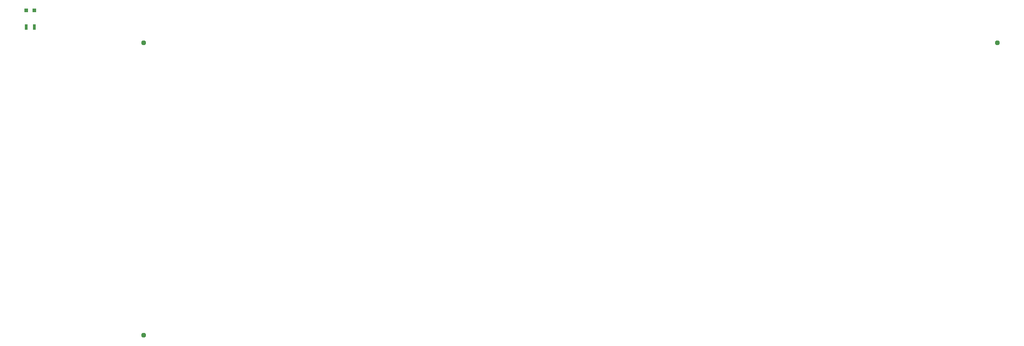
<source format=gtp>
G04 (created by PCBNEW-RS274X (2012-apr-16-27)-stable) date Sun 25 Aug 2013 09:26:46 PM CEST*
G01*
G70*
G90*
%MOIN*%
G04 Gerber Fmt 3.4, Leading zero omitted, Abs format*
%FSLAX34Y34*%
G04 APERTURE LIST*
%ADD10C,0.006000*%
%ADD11R,0.023000X0.043000*%
%ADD12R,0.029400X0.029400*%
%ADD13C,0.037400*%
G04 APERTURE END LIST*
G54D10*
G54D11*
X15950Y-21500D03*
X16550Y-21500D03*
G54D12*
X16545Y-20250D03*
X15955Y-20250D03*
G54D13*
X24606Y-44291D03*
X24606Y-22638D03*
X87598Y-22638D03*
M02*

</source>
